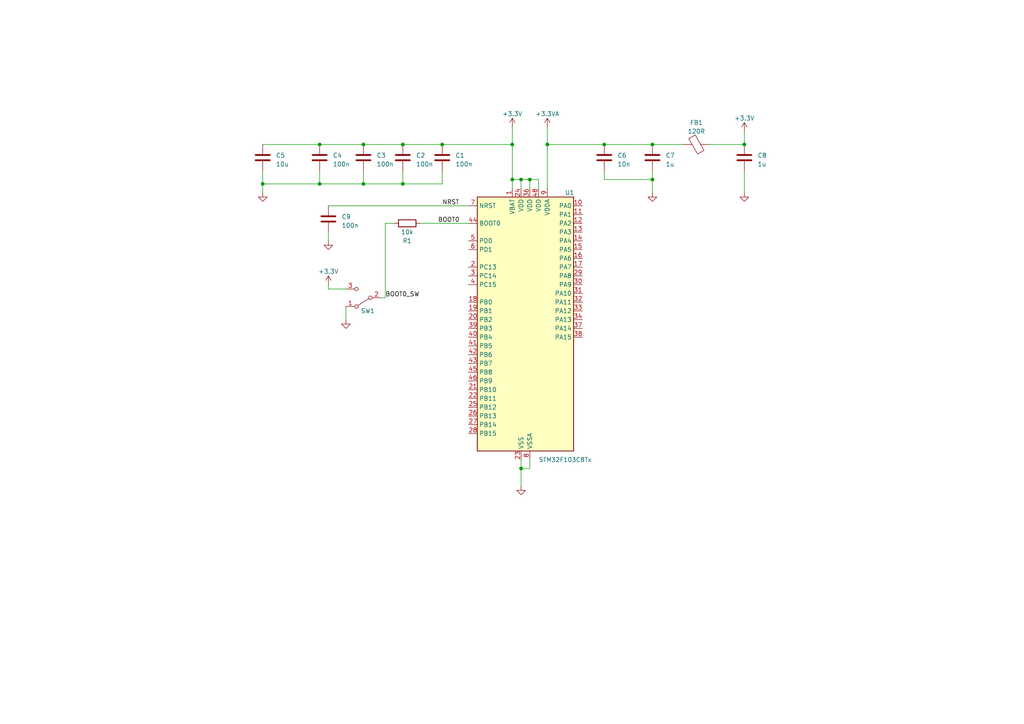
<source format=kicad_sch>
(kicad_sch (version 20230121) (generator eeschema)
  (paper "A4")
  (lib_symbols
    (symbol "Device:C" (pin_numbers hide) (pin_names (offset 0.254))
      (property "Reference" "C" (at 0.635 2.54 0))
      (property "Value" "C" (at 0.635 -2.54 0))
      (symbol "C_0_1"
        (polyline (pts (xy -2.032 -0.762) (xy 2.032 -0.762)) (stroke (width 0.508)))
        (polyline (pts (xy -2.032 0.762) (xy 2.032 0.762)) (stroke (width 0.508)))
      )
      (symbol "C_1_1"
        (pin passive line (at 0 3.81 270) (length 2.794) (name "~") (number "1"))
        (pin passive line (at 0 -3.81 90) (length 2.794) (name "~") (number "2"))
      )
    )
    (symbol "Device:FerriteBead" (pin_numbers hide) (pin_names (offset 0))
      (property "Reference" "FB" (at -3.81 0.635 90))
      (property "Value" "FerriteBead" (at 3.81 0 90))
      (symbol "FerriteBead_0_1"
        (polyline (pts (xy 0 -1.27) (xy 0 -1.2192)))
        (polyline (pts (xy 0 1.27) (xy 0 1.2954)))
        (polyline (pts (xy -2.7686 0.4064) (xy -1.7018 2.2606) (xy 2.7686 -0.3048) (xy 1.6764 -2.159) (xy -2.7686 0.4064)))
      )
      (symbol "FerriteBead_1_1"
        (pin passive line (at 0 3.81 270) (length 2.54) (name "~") (number "1"))
        (pin passive line (at 0 -3.81 90) (length 2.54) (name "~") (number "2"))
      )
    )
    (symbol "Device:R" (pin_numbers hide) (pin_names (offset 0))
      (property "Reference" "R" (at 2.032 0 90))
      (property "Value" "R" (at 0 0 90))
      (symbol "R_0_1"
        (rectangle (start -1.016 -2.54) (end 1.016 2.54) (stroke (width 0.254)))
      )
      (symbol "R_1_1"
        (pin passive line (at 0 3.81 270) (length 1.27) (name "~") (number "1"))
        (pin passive line (at 0 -3.81 90) (length 1.27) (name "~") (number "2"))
      )
    )
    (symbol "MCU_ST_STM32F1:STM32F103C8Tx"
      (property "Reference" "U" (at -12.7 39.37 0))
      (property "Value" "STM32F103C8Tx" (at 10.16 39.37 0))
      (symbol "STM32F103C8Tx_0_1"
        (rectangle (start -12.7 -35.56) (end 15.24 38.1) (stroke (width 0.254)) (fill (type background)))
      )
      (symbol "STM32F103C8Tx_1_1"
        (pin power_in line (at -2.54 40.64 270) (length 2.54) (name "VBAT") (number "1"))
        (pin bidirectional line (at 17.78 35.56 180) (length 2.54) (name "PA0") (number "10"))
        (pin bidirectional line (at 17.78 33.02 180) (length 2.54) (name "PA1") (number "11"))
        (pin bidirectional line (at 17.78 30.48 180) (length 2.54) (name "PA2") (number "12"))
        (pin bidirectional line (at 17.78 27.94 180) (length 2.54) (name "PA3") (number "13"))
        (pin bidirectional line (at 17.78 25.4 180) (length 2.54) (name "PA4") (number "14"))
        (pin bidirectional line (at 17.78 22.86 180) (length 2.54) (name "PA5") (number "15"))
        (pin bidirectional line (at 17.78 20.32 180) (length 2.54) (name "PA6") (number "16"))
        (pin bidirectional line (at 17.78 17.78 180) (length 2.54) (name "PA7") (number "17"))
        (pin bidirectional line (at -15.24 7.62 0) (length 2.54) (name "PB0") (number "18"))
        (pin bidirectional line (at -15.24 5.08 0) (length 2.54) (name "PB1") (number "19"))
        (pin bidirectional line (at -15.24 17.78 0) (length 2.54) (name "PC13") (number "2"))
        (pin bidirectional line (at -15.24 2.54 0) (length 2.54) (name "PB2") (number "20"))
        (pin bidirectional line (at -15.24 -17.78 0) (length 2.54) (name "PB10") (number "21"))
        (pin bidirectional line (at -15.24 -20.32 0) (length 2.54) (name "PB11") (number "22"))
        (pin power_in line (at 0 -38.1 90) (length 2.54) (name "VSS") (number "23"))
        (pin power_in line (at 0 40.64 270) (length 2.54) (name "VDD") (number "24"))
        (pin bidirectional line (at -15.24 -22.86 0) (length 2.54) (name "PB12") (number "25"))
        (pin bidirectional line (at -15.24 -25.4 0) (length 2.54) (name "PB13") (number "26"))
        (pin bidirectional line (at -15.24 -27.94 0) (length 2.54) (name "PB14") (number "27"))
        (pin bidirectional line (at -15.24 -30.48 0) (length 2.54) (name "PB15") (number "28"))
        (pin bidirectional line (at 17.78 15.24 180) (length 2.54) (name "PA8") (number "29"))
        (pin bidirectional line (at -15.24 15.24 0) (length 2.54) (name "PC14") (number "3"))
        (pin bidirectional line (at 17.78 12.7 180) (length 2.54) (name "PA9") (number "30"))
        (pin bidirectional line (at 17.78 10.16 180) (length 2.54) (name "PA10") (number "31"))
        (pin bidirectional line (at 17.78 7.62 180) (length 2.54) (name "PA11") (number "32"))
        (pin bidirectional line (at 17.78 5.08 180) (length 2.54) (name "PA12") (number "33"))
        (pin bidirectional line (at 17.78 2.54 180) (length 2.54) (name "PA13") (number "34"))
        (pin passive line (at 0 -38.1 90) (length 2.54) hide (name "VSS") (number "35"))
        (pin power_in line (at 2.54 40.64 270) (length 2.54) (name "VDD") (number "36"))
        (pin bidirectional line (at 17.78 0 180) (length 2.54) (name "PA14") (number "37"))
        (pin bidirectional line (at 17.78 -2.54 180) (length 2.54) (name "PA15") (number "38"))
        (pin bidirectional line (at -15.24 0 0) (length 2.54) (name "PB3") (number "39"))
        (pin bidirectional line (at -15.24 12.7 0) (length 2.54) (name "PC15") (number "4"))
        (pin bidirectional line (at -15.24 -2.54 0) (length 2.54) (name "PB4") (number "40"))
        (pin bidirectional line (at -15.24 -5.08 0) (length 2.54) (name "PB5") (number "41"))
        (pin bidirectional line (at -15.24 -7.62 0) (length 2.54) (name "PB6") (number "42"))
        (pin bidirectional line (at -15.24 -10.16 0) (length 2.54) (name "PB7") (number "43"))
        (pin input line (at -15.24 30.48 0) (length 2.54) (name "BOOT0") (number "44"))
        (pin bidirectional line (at -15.24 -12.7 0) (length 2.54) (name "PB8") (number "45"))
        (pin bidirectional line (at -15.24 -15.24 0) (length 2.54) (name "PB9") (number "46"))
        (pin passive line (at 0 -38.1 90) (length 2.54) hide (name "VSS") (number "47"))
        (pin power_in line (at 5.08 40.64 270) (length 2.54) (name "VDD") (number "48"))
        (pin bidirectional line (at -15.24 25.4 0) (length 2.54) (name "PD0") (number "5"))
        (pin bidirectional line (at -15.24 22.86 0) (length 2.54) (name "PD1") (number "6"))
        (pin input line (at -15.24 35.56 0) (length 2.54) (name "NRST") (number "7"))
        (pin power_in line (at 2.54 -38.1 90) (length 2.54) (name "VSSA") (number "8"))
        (pin power_in line (at 7.62 40.64 270) (length 2.54) (name "VDDA") (number "9"))
      )
    )
    (symbol "Switch:SW_SPDT" (pin_names (offset 0) hide)
      (property "Reference" "SW" (at 0 4.318 0))
      (property "Value" "SW_SPDT" (at 0 -5.08 0))
      (symbol "SW_SPDT_0_0"
        (circle (center -2.032 0) (radius 0.508))
        (circle (center 2.032 -2.54) (radius 0.508))
      )
      (symbol "SW_SPDT_0_1"
        (polyline (pts (xy -1.524 0.254) (xy 1.651 2.286)))
        (circle (center 2.032 2.54) (radius 0.508))
      )
      (symbol "SW_SPDT_1_1"
        (pin passive line (at 5.08 2.54 180) (length 2.54) (name "A") (number "1"))
        (pin passive line (at -5.08 0 0) (length 2.54) (name "B") (number "2"))
        (pin passive line (at 5.08 -2.54 180) (length 2.54) (name "C") (number "3"))
      )
    )
    (symbol "power:+3.3V" (power) (pin_names (offset 0))
      (property "Value" "+3.3V" (at 0 3.556 0))
      (symbol "+3.3V_0_1"
        (polyline (pts (xy -0.762 1.27) (xy 0 2.54)))
        (polyline (pts (xy 0 0) (xy 0 2.54)))
        (polyline (pts (xy 0 2.54) (xy 0.762 1.27)))
      )
      (symbol "+3.3V_1_1"
        (pin power_in line (at 0 0 90) (length 0) hide (name "+3.3V") (number "1"))
      )
    )
    (symbol "power:+3.3VA" (power) (pin_names (offset 0))
      (property "Value" "+3.3VA" (at 0 3.556 0))
      (symbol "+3.3VA_0_1"
        (polyline (pts (xy -0.762 1.27) (xy 0 2.54)))
        (polyline (pts (xy 0 0) (xy 0 2.54)))
        (polyline (pts (xy 0 2.54) (xy 0.762 1.27)))
      )
      (symbol "+3.3VA_1_1"
        (pin power_in line (at 0 0 90) (length 0) hide (name "+3.3VA") (number "1"))
      )
    )
    (symbol "power:GND" (power) (pin_names (offset 0))
      (property "Value" "GND" (at 0 -3.81 0))
      (symbol "GND_0_1"
        (polyline (pts (xy 0 0) (xy 0 -1.27) (xy 1.27 -1.27) (xy 0 -2.54) (xy -1.27 -1.27) (xy 0 -1.27)))
      )
      (symbol "GND_1_1"
        (pin power_in line (at 0 0 270) (length 0) hide (name "GND") (number "1"))
      )
    )
  )
  (junction (at 76.2 53.34))
  (junction (at 128.27 41.91))
  (junction (at 151.13 52.07))
  (junction (at 153.67 52.07))
  (junction (at 105.41 41.91))
  (junction (at 148.59 52.07))
  (junction (at 148.59 41.91))
  (junction (at 92.71 41.91))
  (junction (at 151.13 135.89))
  (junction (at 116.84 41.91))
  (junction (at 189.23 52.07))
  (junction (at 158.75 41.91))
  (junction (at 175.26 41.91))
  (junction (at 105.41 53.34))
  (junction (at 215.9 41.91))
  (junction (at 92.71 53.34))
  (junction (at 189.23 41.91))
  (junction (at 116.84 53.34))
  (wire (pts (xy 76.2 49.53) (xy 76.2 53.34)))
  (wire (pts (xy 116.84 41.91) (xy 128.27 41.91)))
  (wire (pts (xy 158.75 41.91) (xy 158.75 54.61)))
  (wire (pts (xy 111.76 86.36) (xy 110.49 86.36)))
  (wire (pts (xy 128.27 53.34) (xy 116.84 53.34)))
  (wire (pts (xy 189.23 49.53) (xy 189.23 52.07)))
  (wire (pts (xy 100.33 88.9) (xy 100.33 92.71)))
  (wire (pts (xy 189.23 52.07) (xy 189.23 55.88)))
  (wire (pts (xy 92.71 53.34) (xy 105.41 53.34)))
  (wire (pts (xy 105.41 49.53) (xy 105.41 53.34)))
  (wire (pts (xy 121.92 64.77) (xy 135.89 64.77)))
  (wire (pts (xy 116.84 49.53) (xy 116.84 53.34)))
  (wire (pts (xy 111.76 86.36) (xy 111.76 64.77)))
  (wire (pts (xy 92.71 41.91) (xy 105.41 41.91)))
  (wire (pts (xy 215.9 49.53) (xy 215.9 55.88)))
  (wire (pts (xy 189.23 41.91) (xy 198.12 41.91)))
  (wire (pts (xy 105.41 41.91) (xy 116.84 41.91)))
  (wire (pts (xy 156.21 52.07) (xy 153.67 52.07)))
  (wire (pts (xy 128.27 49.53) (xy 128.27 53.34)))
  (wire (pts (xy 158.75 41.91) (xy 175.26 41.91)))
  (wire (pts (xy 156.21 54.61) (xy 156.21 52.07)))
  (wire (pts (xy 215.9 38.1) (xy 215.9 41.91)))
  (wire (pts (xy 151.13 135.89) (xy 151.13 140.97)))
  (wire (pts (xy 95.25 67.31) (xy 95.25 69.85)))
  (wire (pts (xy 76.2 53.34) (xy 76.2 55.88)))
  (wire (pts (xy 153.67 52.07) (xy 151.13 52.07)))
  (wire (pts (xy 111.76 64.77) (xy 114.3 64.77)))
  (wire (pts (xy 148.59 36.83) (xy 148.59 41.91)))
  (wire (pts (xy 175.26 41.91) (xy 189.23 41.91)))
  (wire (pts (xy 148.59 52.07) (xy 148.59 54.61)))
  (wire (pts (xy 175.26 49.53) (xy 175.26 52.07)))
  (wire (pts (xy 105.41 53.34) (xy 116.84 53.34)))
  (wire (pts (xy 153.67 135.89) (xy 151.13 135.89)))
  (wire (pts (xy 151.13 133.35) (xy 151.13 135.89)))
  (wire (pts (xy 100.33 83.82) (xy 95.25 83.82)))
  (wire (pts (xy 148.59 41.91) (xy 148.59 52.07)))
  (wire (pts (xy 95.25 59.69) (xy 135.89 59.69)))
  (wire (pts (xy 92.71 49.53) (xy 92.71 53.34)))
  (wire (pts (xy 151.13 52.07) (xy 151.13 54.61)))
  (wire (pts (xy 153.67 133.35) (xy 153.67 135.89)))
  (wire (pts (xy 151.13 52.07) (xy 148.59 52.07)))
  (wire (pts (xy 205.74 41.91) (xy 215.9 41.91)))
  (wire (pts (xy 175.26 52.07) (xy 189.23 52.07)))
  (wire (pts (xy 153.67 52.07) (xy 153.67 54.61)))
  (wire (pts (xy 158.75 36.83) (xy 158.75 41.91)))
  (wire (pts (xy 76.2 41.91) (xy 92.71 41.91)))
  (wire (pts (xy 95.25 83.82) (xy 95.25 82.55)))
  (wire (pts (xy 128.27 41.91) (xy 148.59 41.91)))
  (wire (pts (xy 76.2 53.34) (xy 92.71 53.34)))
  (label "BOOT0" (at 127 64.77 0))
  (label "NRST" (at 128.27 59.69 0))
  (label "BOOT0_SW" (at 111.76 86.36 0))
  (symbol (lib_id "power:GND") (at 100.33 92.71 0) (unit 1)
    (property "Reference" "#PWR09" (effects hide))
    (property "Value" "GND" (effects hide))
  )
  (symbol (lib_id "MCU_ST_STM32F1:STM32F103C8Tx") (at 151.13 95.25 0) (unit 1)
    (property "Reference" "U1" (at 163.83 55.88 0) (effects (justify left)))
    (property "Value" "STM32F103C8Tx" (at 156.21 133.35 0) (effects (justify left)))
    (property "Footprint" "Package_QFP:LQFP-48_7x7mm_P0.5mm" (effects hide))
    (property "Datasheet" "https://www.st.com/resource/en/datasheet/stm32f103c8.pdf" (effects hide))
  )
  (symbol (lib_id "Device:R") (at 118.11 64.77 90) (unit 1)
    (property "Reference" "R1" (at 118.11 69.85 90))
    (property "Value" "10k" (at 118.11 67.31 90))
  )
  (symbol (lib_id "power:GND") (at 189.23 55.88 0) (unit 1)
    (property "Reference" "#PWR07" (effects hide))
    (property "Value" "GND" (effects hide))
  )
  (symbol (lib_id "Device:C") (at 76.2 45.72 0) (unit 1)
    (property "Reference" "C5" (at 80.01 45.085 0) (effects (justify left)))
    (property "Value" "10u" (at 80.01 47.625 0) (effects (justify left)))
  )
  (symbol (lib_id "power:+3.3V") (at 148.59 36.83 0) (unit 1)
    (property "Reference" "#PWR02" (effects hide))
    (property "Value" "+3.3V" (at 148.59 33.02 0))
  )
  (symbol (lib_id "Device:C") (at 105.41 45.72 0) (unit 1)
    (property "Reference" "C3" (at 109.22 45.085 0) (effects (justify left)))
    (property "Value" "100n" (at 109.22 47.625 0) (effects (justify left)))
  )
  (symbol (lib_id "Device:C") (at 175.26 45.72 0) (unit 1)
    (property "Reference" "C6" (at 179.07 45.085 0) (effects (justify left)))
    (property "Value" "10n" (at 179.07 47.625 0) (effects (justify left)))
  )
  (symbol (lib_id "Switch:SW_SPDT") (at 105.41 86.36 180) (unit 1)
    (property "Reference" "SW1" (at 106.68 90.17 0))
    (property "Value" "SW_SPDT" (effects hide))
  )
  (symbol (lib_id "Device:C") (at 215.9 45.72 0) (unit 1)
    (property "Reference" "C8" (at 219.71 45.085 0) (effects (justify left)))
    (property "Value" "1u" (at 219.71 47.625 0) (effects (justify left)))
  )
  (symbol (lib_id "Device:C") (at 128.27 45.72 0) (unit 1)
    (property "Reference" "C1" (at 132.08 45.085 0) (effects (justify left)))
    (property "Value" "100n" (at 132.08 47.625 0) (effects (justify left)))
  )
  (symbol (lib_id "Device:FerriteBead") (at 201.93 41.91 270) (mirror x) (unit 1)
    (property "Reference" "FB1" (at 201.9808 35.56 90))
    (property "Value" "120R" (at 201.9808 38.1 90))
  )
  (symbol (lib_id "power:GND") (at 95.25 69.85 0) (unit 1)
    (property "Reference" "#PWR08" (effects hide))
    (property "Value" "GND" (effects hide))
  )
  (symbol (lib_id "Device:C") (at 189.23 45.72 0) (unit 1)
    (property "Reference" "C7" (at 193.04 45.085 0) (effects (justify left)))
    (property "Value" "1u" (at 193.04 47.625 0) (effects (justify left)))
  )
  (symbol (lib_id "power:GND") (at 76.2 55.88 0) (unit 1)
    (property "Reference" "#PWR03" (effects hide))
    (property "Value" "GND" (effects hide))
  )
  (symbol (lib_id "Device:C") (at 95.25 63.5 0) (unit 1)
    (property "Reference" "C9" (at 99.06 62.865 0) (effects (justify left)))
    (property "Value" "100n" (at 99.06 65.405 0) (effects (justify left)))
  )
  (symbol (lib_id "Device:C") (at 116.84 45.72 0) (unit 1)
    (property "Reference" "C2" (at 120.65 45.085 0) (effects (justify left)))
    (property "Value" "100n" (at 120.65 47.625 0) (effects (justify left)))
  )
  (symbol (lib_id "power:GND") (at 215.9 55.88 0) (unit 1)
    (property "Reference" "#PWR05" (effects hide))
    (property "Value" "GND" (effects hide))
  )
  (symbol (lib_id "power:+3.3V") (at 215.9 38.1 0) (unit 1)
    (property "Reference" "#PWR06" (effects hide))
    (property "Value" "+3.3V" (at 215.9 34.29 0))
  )
  (symbol (lib_id "power:+3.3VA") (at 158.75 36.83 0) (unit 1)
    (property "Reference" "#PWR04" (effects hide))
    (property "Value" "+3.3VA" (at 158.75 33.02 0))
  )
  (symbol (lib_id "power:GND") (at 151.13 140.97 0) (unit 1)
    (property "Reference" "#PWR01" (effects hide))
    (property "Value" "GND" (effects hide))
  )
  (symbol (lib_id "Device:C") (at 92.71 45.72 0) (unit 1)
    (property "Reference" "C4" (at 96.52 45.085 0) (effects (justify left)))
    (property "Value" "100n" (at 96.52 47.625 0) (effects (justify left)))
  )
  (symbol (lib_id "power:+3.3V") (at 95.25 82.55 0) (unit 1)
    (property "Reference" "#PWR010" (effects hide))
    (property "Value" "+3.3V" (at 95.25 78.74 0))
  )
)
</source>
